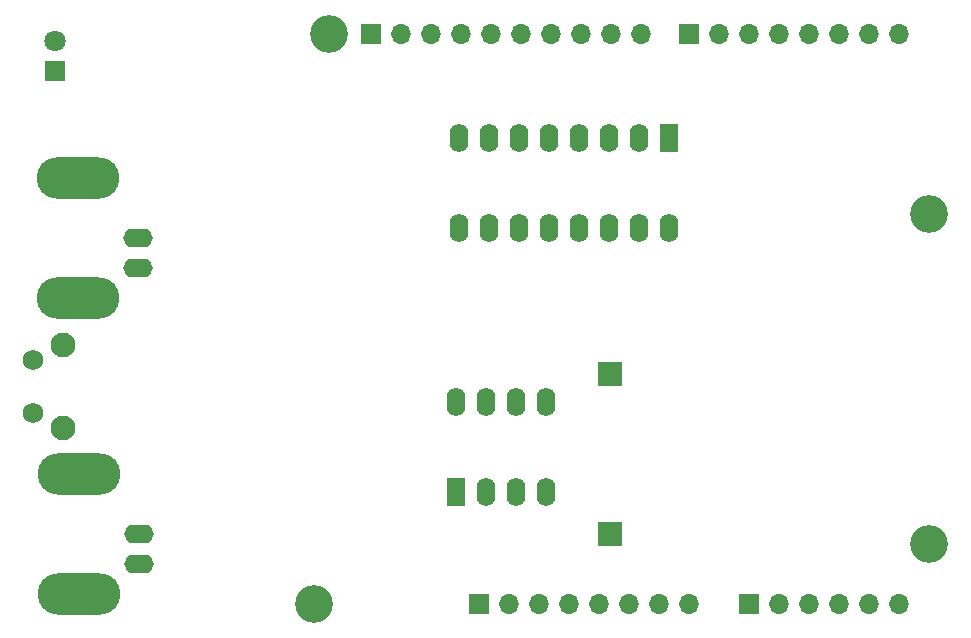
<source format=gbr>
%TF.GenerationSoftware,KiCad,Pcbnew,7.0.2*%
%TF.CreationDate,2023-08-08T17:25:24+02:00*%
%TF.ProjectId,pulse_generator,70756c73-655f-4676-956e-657261746f72,rev?*%
%TF.SameCoordinates,Original*%
%TF.FileFunction,Soldermask,Bot*%
%TF.FilePolarity,Negative*%
%FSLAX46Y46*%
G04 Gerber Fmt 4.6, Leading zero omitted, Abs format (unit mm)*
G04 Created by KiCad (PCBNEW 7.0.2) date 2023-08-08 17:25:24*
%MOMM*%
%LPD*%
G01*
G04 APERTURE LIST*
%ADD10R,1.700000X1.700000*%
%ADD11O,1.700000X1.700000*%
%ADD12R,2.000000X2.000000*%
%ADD13C,2.100000*%
%ADD14C,1.750000*%
%ADD15R,1.800000X1.800000*%
%ADD16C,1.800000*%
%ADD17O,2.500000X1.600000*%
%ADD18O,7.000000X3.500000*%
%ADD19R,1.600000X2.400000*%
%ADD20O,1.600000X2.400000*%
%ADD21C,3.200000*%
G04 APERTURE END LIST*
D10*
%TO.C,J1*%
X127940000Y-97460000D03*
D11*
X130480000Y-97460000D03*
X133020000Y-97460000D03*
X135560000Y-97460000D03*
X138100000Y-97460000D03*
X140640000Y-97460000D03*
X143180000Y-97460000D03*
X145720000Y-97460000D03*
%TD*%
D10*
%TO.C,J3*%
X150800000Y-97460000D03*
D11*
X153340000Y-97460000D03*
X155880000Y-97460000D03*
X158420000Y-97460000D03*
X160960000Y-97460000D03*
X163500000Y-97460000D03*
%TD*%
D10*
%TO.C,J2*%
X118800000Y-49200000D03*
D11*
X121340000Y-49200000D03*
X123880000Y-49200000D03*
X126420000Y-49200000D03*
X128960000Y-49200000D03*
X131500000Y-49200000D03*
X134040000Y-49200000D03*
X136580000Y-49200000D03*
X139120000Y-49200000D03*
X141660000Y-49200000D03*
%TD*%
D10*
%TO.C,J4*%
X145700000Y-49200000D03*
D11*
X148240000Y-49200000D03*
X150780000Y-49200000D03*
X153320000Y-49200000D03*
X155860000Y-49200000D03*
X158400000Y-49200000D03*
X160940000Y-49200000D03*
X163480000Y-49200000D03*
%TD*%
D12*
%TO.C,TP2*%
X139000000Y-91500000D03*
%TD*%
D13*
%TO.C,SW1*%
X92702500Y-82525000D03*
X92702500Y-75515000D03*
D14*
X90212500Y-81275000D03*
X90212500Y-76775000D03*
%TD*%
D15*
%TO.C,D3*%
X92000000Y-52300000D03*
D16*
X92000000Y-49760000D03*
%TD*%
D17*
%TO.C,J5*%
X99150000Y-91500000D03*
D18*
X94070000Y-96580000D03*
D17*
X99150000Y-94040000D03*
D18*
X94070000Y-86420000D03*
%TD*%
D19*
%TO.C,U2*%
X144000000Y-58000000D03*
D20*
X141460000Y-58000000D03*
X138920000Y-58000000D03*
X136380000Y-58000000D03*
X133840000Y-58000000D03*
X131300000Y-58000000D03*
X128760000Y-58000000D03*
X126220000Y-58000000D03*
X126220000Y-65620000D03*
X128760000Y-65620000D03*
X131300000Y-65620000D03*
X133840000Y-65620000D03*
X136380000Y-65620000D03*
X138920000Y-65620000D03*
X141460000Y-65620000D03*
X144000000Y-65620000D03*
%TD*%
D19*
%TO.C,U1*%
X126000000Y-88000000D03*
D20*
X128540000Y-88000000D03*
X131080000Y-88000000D03*
X133620000Y-88000000D03*
X133620000Y-80380000D03*
X131080000Y-80380000D03*
X128540000Y-80380000D03*
X126000000Y-80380000D03*
%TD*%
D21*
%TO.C,MH1*%
X115240000Y-49200000D03*
%TD*%
D12*
%TO.C,TP1*%
X139000000Y-78000000D03*
%TD*%
D21*
%TO.C,MH2*%
X113970000Y-97460000D03*
%TD*%
%TO.C,MH3*%
X166040000Y-64440000D03*
%TD*%
%TO.C,MH4*%
X166040000Y-92380000D03*
%TD*%
D17*
%TO.C,J6*%
X99100000Y-66500000D03*
D18*
X94020000Y-71580000D03*
D17*
X99100000Y-69040000D03*
D18*
X94020000Y-61420000D03*
%TD*%
M02*

</source>
